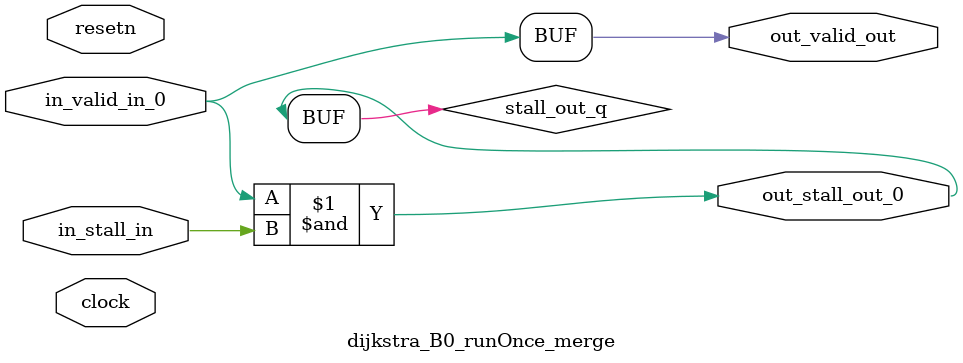
<source format=sv>



(* altera_attribute = "-name AUTO_SHIFT_REGISTER_RECOGNITION OFF; -name MESSAGE_DISABLE 10036; -name MESSAGE_DISABLE 10037; -name MESSAGE_DISABLE 14130; -name MESSAGE_DISABLE 14320; -name MESSAGE_DISABLE 15400; -name MESSAGE_DISABLE 14130; -name MESSAGE_DISABLE 10036; -name MESSAGE_DISABLE 12020; -name MESSAGE_DISABLE 12030; -name MESSAGE_DISABLE 12010; -name MESSAGE_DISABLE 12110; -name MESSAGE_DISABLE 14320; -name MESSAGE_DISABLE 13410; -name MESSAGE_DISABLE 113007; -name MESSAGE_DISABLE 10958" *)
module dijkstra_B0_runOnce_merge (
    input wire [0:0] in_stall_in,
    input wire [0:0] in_valid_in_0,
    output wire [0:0] out_stall_out_0,
    output wire [0:0] out_valid_out,
    input wire clock,
    input wire resetn
    );

    wire [0:0] stall_out_q;


    // stall_out(LOGICAL,6)
    assign stall_out_q = in_valid_in_0 & in_stall_in;

    // out_stall_out_0(GPOUT,4)
    assign out_stall_out_0 = stall_out_q;

    // out_valid_out(GPOUT,5)
    assign out_valid_out = in_valid_in_0;

endmodule

</source>
